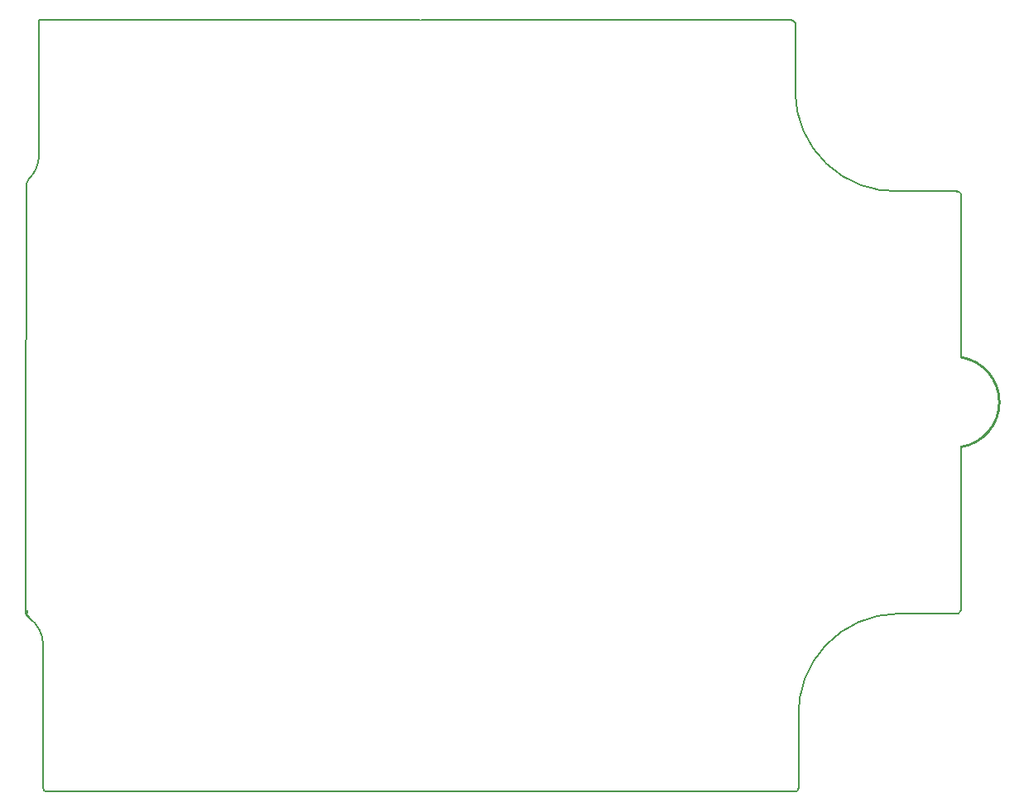
<source format=gko>
G04*
G04 #@! TF.GenerationSoftware,Altium Limited,Altium Designer,21.3.2 (30)*
G04*
G04 Layer_Color=16711935*
%FSTAX24Y24*%
%MOIN*%
G70*
G04*
G04 #@! TF.SameCoordinates,09EB0EA2-9561-46F4-B1F3-F0EC52C3B4A3*
G04*
G04*
G04 #@! TF.FilePolarity,Positive*
G04*
G01*
G75*
%ADD12C,0.0079*%
%ADD20C,0.0100*%
D12*
X018239Y012133D02*
G03*
X018345Y011996I000151J000007D01*
G01*
X048528Y011996D02*
G03*
X04864Y012135I-000001J000116D01*
G01*
X055086Y019171D02*
G03*
X0552Y019312I-000086J000187D01*
G01*
X0552Y036085D02*
G03*
X054994Y036192I-00017J-000074D01*
G01*
X048519Y042993D02*
G03*
X048315Y043101I-00017J-000074D01*
G01*
X0181Y0431D02*
G03*
X018067Y043067I00011J-00014D01*
G01*
X017673Y036706D02*
G03*
X018067Y037643I-000965J000958D01*
G01*
X017673Y036706D02*
G03*
X01758Y036548I000119J-000177D01*
G01*
X018239Y017891D02*
G03*
X017633Y01903I-00136J000007D01*
G01*
X048517Y0402D02*
G03*
X052739Y036201I004043J00004D01*
G01*
X05265Y019173D02*
G03*
X048651Y014951I00004J-004043D01*
G01*
X018345Y011996D02*
X048528Y011996D01*
X018239Y012133D02*
Y017891D01*
X04864Y012134D02*
X04864Y012134D01*
X048649Y012134D02*
Y015137D01*
X0526Y019171D02*
X055078D01*
X0552Y019312D02*
Y023428D01*
X055068Y036199D02*
X055077Y03619D01*
X05265Y036199D02*
X055068D01*
X0552Y031943D02*
Y036086D01*
X04245Y0431D02*
X048412D01*
X048519Y04024D02*
Y042993D01*
X0181Y0431D02*
X02195D01*
X018067Y037643D02*
Y043067D01*
X01752Y0238D02*
X01758Y036548D01*
X01752Y0238D02*
X017548Y01917D01*
X0552Y0259D02*
X0552Y023428D01*
X0552Y0295D02*
Y031943D01*
X03345Y0431D02*
X04245Y0431D01*
X02195D02*
X0334D01*
D20*
X017591Y019275D02*
G03*
X017642Y019044I000119J-000095D01*
G01*
X055211Y025895D02*
G03*
X055211Y029505I-000301J001805D01*
G01*
M02*

</source>
